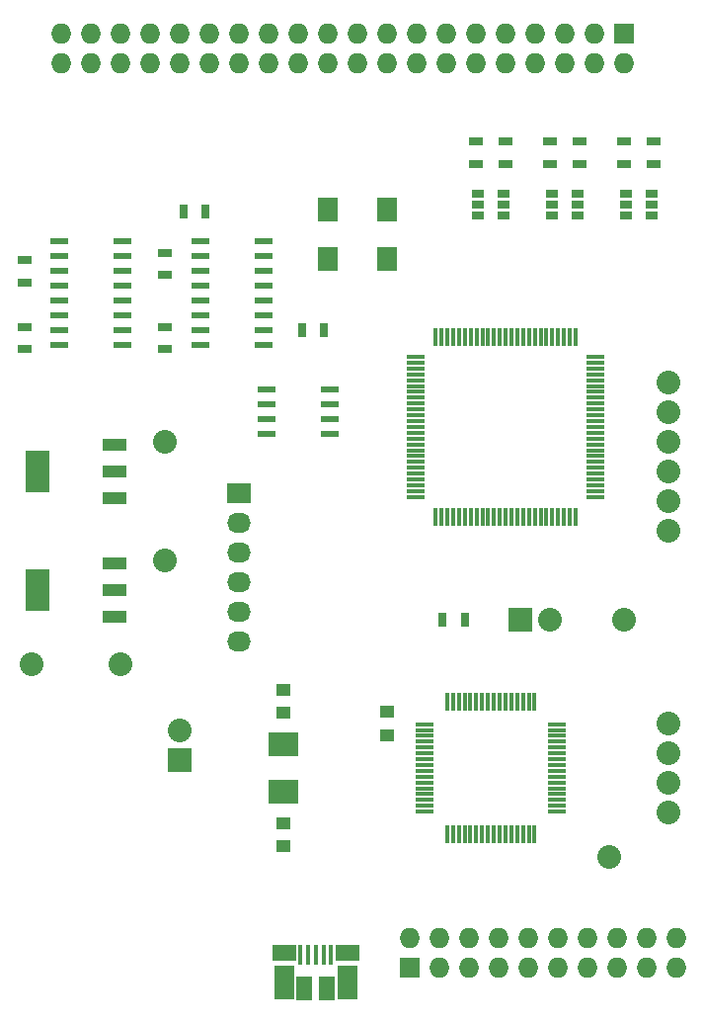
<source format=gts>
G04 #@! TF.FileFunction,Soldermask,Top*
%FSLAX46Y46*%
G04 Gerber Fmt 4.6, Leading zero omitted, Abs format (unit mm)*
G04 Created by KiCad (PCBNEW (2015-03-27 BZR 5543)-product) date Tue 31 Mar 2015 12:00:07 AM EDT*
%MOMM*%
G01*
G04 APERTURE LIST*
%ADD10C,0.100000*%
%ADD11R,1.250000X1.000000*%
%ADD12R,0.400000X1.750000*%
%ADD13R,2.000000X1.460000*%
%ADD14R,1.778000X3.000000*%
%ADD15R,1.425000X2.000000*%
%ADD16R,1.060000X0.650000*%
%ADD17R,2.032000X2.032000*%
%ADD18O,2.032000X2.032000*%
%ADD19R,2.032000X1.727200*%
%ADD20O,2.032000X1.727200*%
%ADD21R,1.727200X1.727200*%
%ADD22O,1.727200X1.727200*%
%ADD23R,1.300000X0.700000*%
%ADD24R,0.700000X1.300000*%
%ADD25R,1.500000X0.300000*%
%ADD26R,0.300000X1.500000*%
%ADD27R,2.032000X3.657600*%
%ADD28R,2.032000X1.016000*%
%ADD29R,1.500000X0.600000*%
%ADD30R,1.550000X0.600000*%
%ADD31R,2.500000X2.000000*%
%ADD32R,1.800000X2.000000*%
G04 APERTURE END LIST*
D10*
D11*
X34290000Y-63230000D03*
X34290000Y-61230000D03*
X25400000Y-61325000D03*
X25400000Y-59325000D03*
X25400000Y-70755000D03*
X25400000Y-72755000D03*
D12*
X26868600Y-82062000D03*
X27518600Y-82062000D03*
X28168600Y-82062000D03*
X28818600Y-82062000D03*
X29468600Y-82062000D03*
D13*
X25464200Y-81857000D03*
X30873000Y-81857000D03*
D14*
X25443600Y-84387000D03*
X30893600Y-84387000D03*
D15*
X27206100Y-84887000D03*
X29131100Y-84887000D03*
D16*
X54780000Y-16830000D03*
X54780000Y-17780000D03*
X54780000Y-18730000D03*
X56980000Y-18730000D03*
X56980000Y-16830000D03*
X56980000Y-17780000D03*
X50630000Y-18730000D03*
X50630000Y-17780000D03*
X50630000Y-16830000D03*
X48430000Y-16830000D03*
X48430000Y-18730000D03*
X48430000Y-17780000D03*
X44280000Y-18730000D03*
X44280000Y-17780000D03*
X44280000Y-16830000D03*
X42080000Y-16830000D03*
X42080000Y-18730000D03*
X42080000Y-17780000D03*
D17*
X16510000Y-65405000D03*
D18*
X16510000Y-62865000D03*
X11430000Y-57150000D03*
X15240000Y-48260000D03*
X3810000Y-57150000D03*
X58420000Y-43180000D03*
X58420000Y-45720000D03*
X58420000Y-38100000D03*
X58420000Y-40640000D03*
X58420000Y-33020000D03*
X58420000Y-35560000D03*
X15240000Y-38100000D03*
X54610000Y-53340000D03*
D19*
X21590000Y-42545000D03*
D20*
X21590000Y-45085000D03*
X21590000Y-47625000D03*
X21590000Y-50165000D03*
X21590000Y-52705000D03*
X21590000Y-55245000D03*
D21*
X54610000Y-3175000D03*
D22*
X54610000Y-5715000D03*
X52070000Y-3175000D03*
X52070000Y-5715000D03*
X49530000Y-3175000D03*
X49530000Y-5715000D03*
X46990000Y-3175000D03*
X46990000Y-5715000D03*
X44450000Y-3175000D03*
X44450000Y-5715000D03*
X41910000Y-3175000D03*
X41910000Y-5715000D03*
X39370000Y-3175000D03*
X39370000Y-5715000D03*
X36830000Y-3175000D03*
X36830000Y-5715000D03*
X34290000Y-3175000D03*
X34290000Y-5715000D03*
X31750000Y-3175000D03*
X31750000Y-5715000D03*
X29210000Y-3175000D03*
X29210000Y-5715000D03*
X26670000Y-3175000D03*
X26670000Y-5715000D03*
X24130000Y-3175000D03*
X24130000Y-5715000D03*
X21590000Y-3175000D03*
X21590000Y-5715000D03*
X19050000Y-3175000D03*
X19050000Y-5715000D03*
X16510000Y-3175000D03*
X16510000Y-5715000D03*
X13970000Y-3175000D03*
X13970000Y-5715000D03*
X11430000Y-3175000D03*
X11430000Y-5715000D03*
X8890000Y-3175000D03*
X8890000Y-5715000D03*
X6350000Y-3175000D03*
X6350000Y-5715000D03*
D18*
X53340000Y-73660000D03*
D21*
X36195000Y-83185000D03*
D22*
X36195000Y-80645000D03*
X38735000Y-83185000D03*
X38735000Y-80645000D03*
X41275000Y-83185000D03*
X41275000Y-80645000D03*
X43815000Y-83185000D03*
X43815000Y-80645000D03*
X46355000Y-83185000D03*
X46355000Y-80645000D03*
X48895000Y-83185000D03*
X48895000Y-80645000D03*
X51435000Y-83185000D03*
X51435000Y-80645000D03*
X53975000Y-83185000D03*
X53975000Y-80645000D03*
X56515000Y-83185000D03*
X56515000Y-80645000D03*
X59055000Y-83185000D03*
X59055000Y-80645000D03*
D18*
X58420000Y-69850000D03*
X58420000Y-67310000D03*
X58420000Y-64770000D03*
X58420000Y-62230000D03*
D17*
X45720000Y-53340000D03*
D18*
X48260000Y-53340000D03*
D23*
X50800000Y-12385000D03*
X50800000Y-14285000D03*
X48260000Y-12385000D03*
X48260000Y-14285000D03*
X57150000Y-12385000D03*
X57150000Y-14285000D03*
X44450000Y-12385000D03*
X44450000Y-14285000D03*
X54610000Y-12385000D03*
X54610000Y-14285000D03*
X41910000Y-12385000D03*
X41910000Y-14285000D03*
X15240000Y-21910000D03*
X15240000Y-23810000D03*
X3175000Y-30160000D03*
X3175000Y-28260000D03*
X3175000Y-24445000D03*
X3175000Y-22545000D03*
D24*
X28890000Y-28575000D03*
X26990000Y-28575000D03*
D23*
X15240000Y-28260000D03*
X15240000Y-30160000D03*
D24*
X18730000Y-18415000D03*
X16830000Y-18415000D03*
X39055000Y-53340000D03*
X40955000Y-53340000D03*
D25*
X52150000Y-42830000D03*
X52150000Y-42330000D03*
X52150000Y-41830000D03*
X52150000Y-41330000D03*
X52150000Y-40830000D03*
X52150000Y-40330000D03*
X52150000Y-39830000D03*
X52150000Y-39330000D03*
X52150000Y-38830000D03*
X52150000Y-38330000D03*
X52150000Y-37830000D03*
X52150000Y-37330000D03*
X52150000Y-36830000D03*
X52150000Y-36330000D03*
X52150000Y-35830000D03*
X52150000Y-35330000D03*
X52150000Y-34830000D03*
X52150000Y-34330000D03*
X52150000Y-33830000D03*
X52150000Y-33330000D03*
X52150000Y-32830000D03*
X52150000Y-32330000D03*
X52150000Y-31830000D03*
X52150000Y-31330000D03*
X52150000Y-30830000D03*
D26*
X50450000Y-29130000D03*
X49950000Y-29130000D03*
X49450000Y-29130000D03*
X48950000Y-29130000D03*
X48450000Y-29130000D03*
X47950000Y-29130000D03*
X47450000Y-29130000D03*
X46950000Y-29130000D03*
X46450000Y-29130000D03*
X45950000Y-29130000D03*
X45450000Y-29130000D03*
X44950000Y-29130000D03*
X44450000Y-29130000D03*
X43950000Y-29130000D03*
X43450000Y-29130000D03*
X42950000Y-29130000D03*
X42450000Y-29130000D03*
X41950000Y-29130000D03*
X41450000Y-29130000D03*
X40950000Y-29130000D03*
X40450000Y-29130000D03*
X39950000Y-29130000D03*
X39450000Y-29130000D03*
X38950000Y-29130000D03*
X38450000Y-29130000D03*
D25*
X36750000Y-30830000D03*
X36750000Y-31330000D03*
X36750000Y-31830000D03*
X36750000Y-32330000D03*
X36750000Y-32830000D03*
X36750000Y-33330000D03*
X36750000Y-33830000D03*
X36750000Y-34330000D03*
X36750000Y-34830000D03*
X36750000Y-35330000D03*
X36750000Y-35830000D03*
X36750000Y-36330000D03*
X36750000Y-36830000D03*
X36750000Y-37330000D03*
X36750000Y-37830000D03*
X36750000Y-38330000D03*
X36750000Y-38830000D03*
X36750000Y-39330000D03*
X36750000Y-39830000D03*
X36750000Y-40330000D03*
X36750000Y-40830000D03*
X36750000Y-41330000D03*
X36750000Y-41830000D03*
X36750000Y-42330000D03*
X36750000Y-42830000D03*
D26*
X38450000Y-44530000D03*
X38950000Y-44530000D03*
X39450000Y-44530000D03*
X39950000Y-44530000D03*
X40450000Y-44530000D03*
X40950000Y-44530000D03*
X41450000Y-44530000D03*
X41950000Y-44530000D03*
X42450000Y-44530000D03*
X42950000Y-44530000D03*
X43450000Y-44530000D03*
X43950000Y-44530000D03*
X44450000Y-44530000D03*
X44950000Y-44530000D03*
X45450000Y-44530000D03*
X45950000Y-44530000D03*
X46450000Y-44530000D03*
X46950000Y-44530000D03*
X47450000Y-44530000D03*
X47950000Y-44530000D03*
X48450000Y-44530000D03*
X48950000Y-44530000D03*
X49450000Y-44530000D03*
X49950000Y-44530000D03*
X50450000Y-44530000D03*
D27*
X4318000Y-50800000D03*
D28*
X10922000Y-50800000D03*
X10922000Y-48514000D03*
X10922000Y-53086000D03*
D29*
X18255000Y-20955000D03*
X18255000Y-22225000D03*
X18255000Y-23495000D03*
X18255000Y-24765000D03*
X18255000Y-26035000D03*
X18255000Y-27305000D03*
X18255000Y-28575000D03*
X18255000Y-29845000D03*
X23655000Y-29845000D03*
X23655000Y-28575000D03*
X23655000Y-27305000D03*
X23655000Y-26035000D03*
X23655000Y-24765000D03*
X23655000Y-23495000D03*
X23655000Y-22225000D03*
X23655000Y-20955000D03*
D27*
X4318000Y-40640000D03*
D28*
X10922000Y-40640000D03*
X10922000Y-38354000D03*
X10922000Y-42926000D03*
D29*
X6190000Y-20955000D03*
X6190000Y-22225000D03*
X6190000Y-23495000D03*
X6190000Y-24765000D03*
X6190000Y-26035000D03*
X6190000Y-27305000D03*
X6190000Y-28575000D03*
X6190000Y-29845000D03*
X11590000Y-29845000D03*
X11590000Y-28575000D03*
X11590000Y-27305000D03*
X11590000Y-26035000D03*
X11590000Y-24765000D03*
X11590000Y-23495000D03*
X11590000Y-22225000D03*
X11590000Y-20955000D03*
D30*
X23970000Y-33655000D03*
X23970000Y-34925000D03*
X23970000Y-36195000D03*
X23970000Y-37465000D03*
X29370000Y-37465000D03*
X29370000Y-36195000D03*
X29370000Y-34925000D03*
X29370000Y-33655000D03*
D25*
X48880000Y-69790000D03*
X48880000Y-69290000D03*
X48880000Y-68790000D03*
X48880000Y-68290000D03*
X48880000Y-67790000D03*
X48880000Y-67290000D03*
X48880000Y-66790000D03*
X48880000Y-66290000D03*
X48880000Y-65790000D03*
X48880000Y-65290000D03*
X48880000Y-64790000D03*
X48880000Y-64290000D03*
X48880000Y-63790000D03*
X48880000Y-63290000D03*
X48880000Y-62790000D03*
X48880000Y-62290000D03*
D26*
X46930000Y-60340000D03*
X46430000Y-60340000D03*
X45930000Y-60340000D03*
X45430000Y-60340000D03*
X44930000Y-60340000D03*
X44430000Y-60340000D03*
X43930000Y-60340000D03*
X43430000Y-60340000D03*
X42930000Y-60340000D03*
X42430000Y-60340000D03*
X41930000Y-60340000D03*
X41430000Y-60340000D03*
X40930000Y-60340000D03*
X40430000Y-60340000D03*
X39930000Y-60340000D03*
X39430000Y-60340000D03*
D25*
X37480000Y-62290000D03*
X37480000Y-62790000D03*
X37480000Y-63290000D03*
X37480000Y-63790000D03*
X37480000Y-64290000D03*
X37480000Y-64790000D03*
X37480000Y-65290000D03*
X37480000Y-65790000D03*
X37480000Y-66290000D03*
X37480000Y-66790000D03*
X37480000Y-67290000D03*
X37480000Y-67790000D03*
X37480000Y-68290000D03*
X37480000Y-68790000D03*
X37480000Y-69290000D03*
X37480000Y-69790000D03*
D26*
X39430000Y-71740000D03*
X39930000Y-71740000D03*
X40430000Y-71740000D03*
X40930000Y-71740000D03*
X41430000Y-71740000D03*
X41930000Y-71740000D03*
X42430000Y-71740000D03*
X42930000Y-71740000D03*
X43430000Y-71740000D03*
X43930000Y-71740000D03*
X44430000Y-71740000D03*
X44930000Y-71740000D03*
X45430000Y-71740000D03*
X45930000Y-71740000D03*
X46430000Y-71740000D03*
X46930000Y-71740000D03*
D31*
X25400000Y-64040000D03*
X25400000Y-68040000D03*
D32*
X29210000Y-22420000D03*
X34290000Y-22420000D03*
X34290000Y-18220000D03*
X29210000Y-18220000D03*
M02*

</source>
